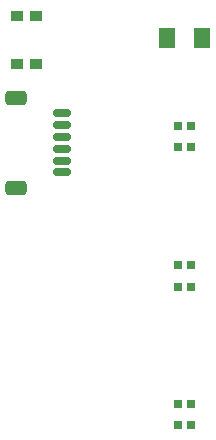
<source format=gbp>
G04 #@! TF.GenerationSoftware,KiCad,Pcbnew,8.0.7*
G04 #@! TF.CreationDate,2025-08-07T07:41:48-04:00*
G04 #@! TF.ProjectId,room_environment_monitor,726f6f6d-5f65-46e7-9669-726f6e6d656e,rev?*
G04 #@! TF.SameCoordinates,Original*
G04 #@! TF.FileFunction,Paste,Bot*
G04 #@! TF.FilePolarity,Positive*
%FSLAX46Y46*%
G04 Gerber Fmt 4.6, Leading zero omitted, Abs format (unit mm)*
G04 Created by KiCad (PCBNEW 8.0.7) date 2025-08-07 07:41:48*
%MOMM*%
%LPD*%
G01*
G04 APERTURE LIST*
G04 Aperture macros list*
%AMRoundRect*
0 Rectangle with rounded corners*
0 $1 Rounding radius*
0 $2 $3 $4 $5 $6 $7 $8 $9 X,Y pos of 4 corners*
0 Add a 4 corners polygon primitive as box body*
4,1,4,$2,$3,$4,$5,$6,$7,$8,$9,$2,$3,0*
0 Add four circle primitives for the rounded corners*
1,1,$1+$1,$2,$3*
1,1,$1+$1,$4,$5*
1,1,$1+$1,$6,$7*
1,1,$1+$1,$8,$9*
0 Add four rect primitives between the rounded corners*
20,1,$1+$1,$2,$3,$4,$5,0*
20,1,$1+$1,$4,$5,$6,$7,0*
20,1,$1+$1,$6,$7,$8,$9,0*
20,1,$1+$1,$8,$9,$2,$3,0*%
G04 Aperture macros list end*
%ADD10R,1.000000X0.900000*%
%ADD11R,0.700000X0.700000*%
%ADD12RoundRect,0.250001X0.462499X0.624999X-0.462499X0.624999X-0.462499X-0.624999X0.462499X-0.624999X0*%
%ADD13RoundRect,0.150000X0.625000X-0.150000X0.625000X0.150000X-0.625000X0.150000X-0.625000X-0.150000X0*%
%ADD14RoundRect,0.250000X0.650000X-0.350000X0.650000X0.350000X-0.650000X0.350000X-0.650000X-0.350000X0*%
G04 APERTURE END LIST*
D10*
X97400000Y-78250000D03*
X97400000Y-74150000D03*
X95800000Y-78250000D03*
X95800000Y-74150000D03*
D11*
X110550000Y-108815000D03*
X109450000Y-108815000D03*
X109450000Y-106985000D03*
X110550000Y-106985000D03*
D12*
X111525000Y-76050000D03*
X108550000Y-76050000D03*
D11*
X110550000Y-97065000D03*
X109450000Y-97065000D03*
X109450000Y-95235000D03*
X110550000Y-95235000D03*
D13*
X99600000Y-87400000D03*
X99600000Y-86400000D03*
X99600000Y-85400000D03*
X99600000Y-84400000D03*
X99600000Y-83400000D03*
X99600000Y-82400000D03*
D14*
X95725000Y-88700000D03*
X95725000Y-81100000D03*
D11*
X110550000Y-85265000D03*
X109450000Y-85265000D03*
X109450000Y-83435000D03*
X110550000Y-83435000D03*
M02*

</source>
